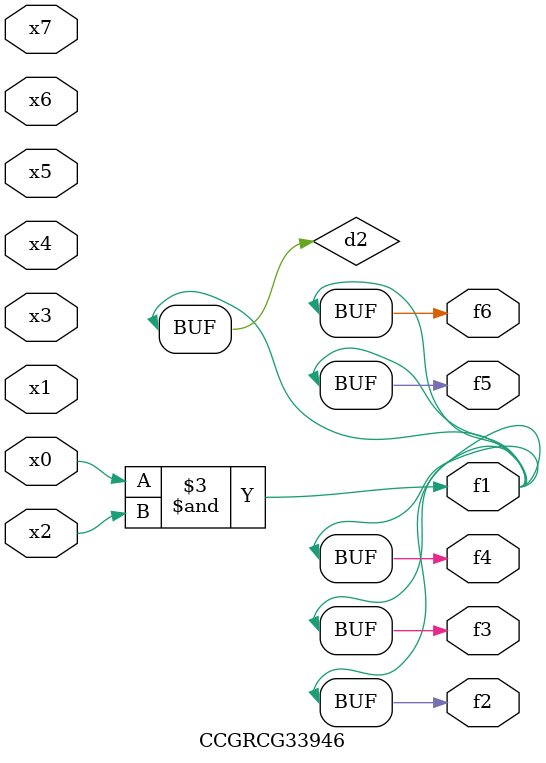
<source format=v>
module CCGRCG33946(
	input x0, x1, x2, x3, x4, x5, x6, x7,
	output f1, f2, f3, f4, f5, f6
);

	wire d1, d2;

	nor (d1, x3, x6);
	and (d2, x0, x2);
	assign f1 = d2;
	assign f2 = d2;
	assign f3 = d2;
	assign f4 = d2;
	assign f5 = d2;
	assign f6 = d2;
endmodule

</source>
